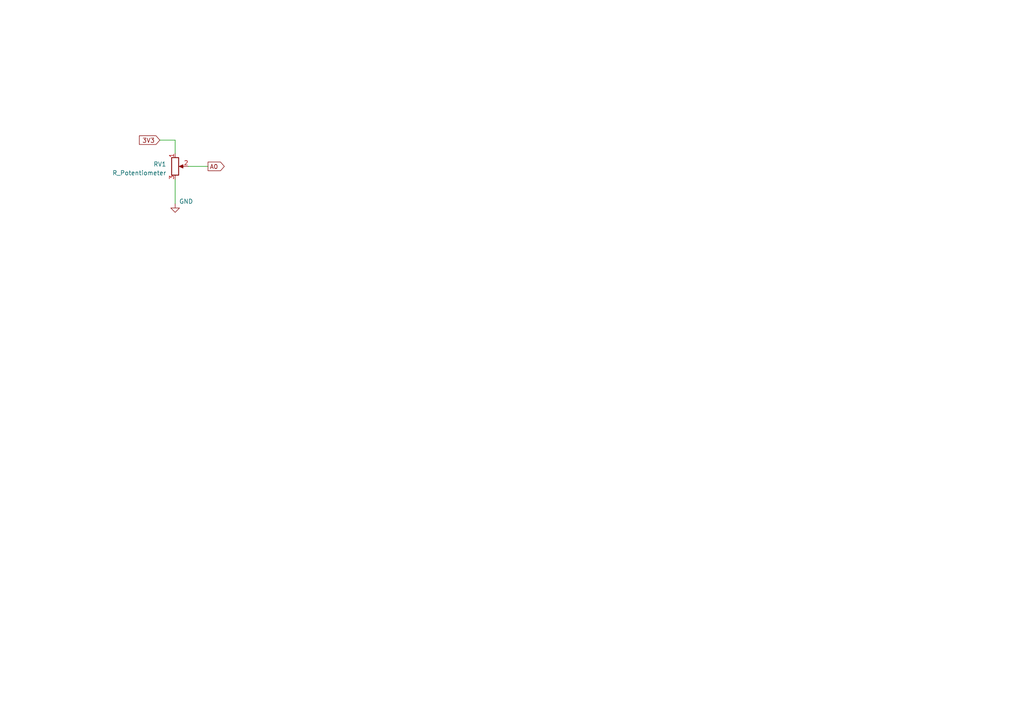
<source format=kicad_sch>
(kicad_sch (version 20230121) (generator eeschema)

  (uuid feb643ca-e70f-4a5b-b365-04150eacb133)

  (paper "A4")

  (lib_symbols
    (symbol "Device:R_Potentiometer" (pin_names (offset 1.016) hide) (in_bom yes) (on_board yes)
      (property "Reference" "RV" (at -4.445 0 90)
        (effects (font (size 1.27 1.27)))
      )
      (property "Value" "R_Potentiometer" (at -2.54 0 90)
        (effects (font (size 1.27 1.27)))
      )
      (property "Footprint" "" (at 0 0 0)
        (effects (font (size 1.27 1.27)) hide)
      )
      (property "Datasheet" "~" (at 0 0 0)
        (effects (font (size 1.27 1.27)) hide)
      )
      (property "ki_keywords" "resistor variable" (at 0 0 0)
        (effects (font (size 1.27 1.27)) hide)
      )
      (property "ki_description" "Potentiometer" (at 0 0 0)
        (effects (font (size 1.27 1.27)) hide)
      )
      (property "ki_fp_filters" "Potentiometer*" (at 0 0 0)
        (effects (font (size 1.27 1.27)) hide)
      )
      (symbol "R_Potentiometer_0_1"
        (polyline
          (pts
            (xy 2.54 0)
            (xy 1.524 0)
          )
          (stroke (width 0) (type default))
          (fill (type none))
        )
        (polyline
          (pts
            (xy 1.143 0)
            (xy 2.286 0.508)
            (xy 2.286 -0.508)
            (xy 1.143 0)
          )
          (stroke (width 0) (type default))
          (fill (type outline))
        )
        (rectangle (start 1.016 2.54) (end -1.016 -2.54)
          (stroke (width 0.254) (type default))
          (fill (type none))
        )
      )
      (symbol "R_Potentiometer_1_1"
        (pin passive line (at 0 3.81 270) (length 1.27)
          (name "1" (effects (font (size 1.27 1.27))))
          (number "1" (effects (font (size 1.27 1.27))))
        )
        (pin passive line (at 3.81 0 180) (length 1.27)
          (name "2" (effects (font (size 1.27 1.27))))
          (number "2" (effects (font (size 1.27 1.27))))
        )
        (pin passive line (at 0 -3.81 90) (length 1.27)
          (name "3" (effects (font (size 1.27 1.27))))
          (number "3" (effects (font (size 1.27 1.27))))
        )
      )
    )
    (symbol "power:GND" (power) (pin_names (offset 0)) (in_bom yes) (on_board yes)
      (property "Reference" "#PWR" (at 0 -6.35 0)
        (effects (font (size 1.27 1.27)) hide)
      )
      (property "Value" "GND" (at 0 -3.81 0)
        (effects (font (size 1.27 1.27)))
      )
      (property "Footprint" "" (at 0 0 0)
        (effects (font (size 1.27 1.27)) hide)
      )
      (property "Datasheet" "" (at 0 0 0)
        (effects (font (size 1.27 1.27)) hide)
      )
      (property "ki_keywords" "global power" (at 0 0 0)
        (effects (font (size 1.27 1.27)) hide)
      )
      (property "ki_description" "Power symbol creates a global label with name \"GND\" , ground" (at 0 0 0)
        (effects (font (size 1.27 1.27)) hide)
      )
      (symbol "GND_0_1"
        (polyline
          (pts
            (xy 0 0)
            (xy 0 -1.27)
            (xy 1.27 -1.27)
            (xy 0 -2.54)
            (xy -1.27 -1.27)
            (xy 0 -1.27)
          )
          (stroke (width 0) (type default))
          (fill (type none))
        )
      )
      (symbol "GND_1_1"
        (pin power_in line (at 0 0 270) (length 0) hide
          (name "GND" (effects (font (size 1.27 1.27))))
          (number "1" (effects (font (size 1.27 1.27))))
        )
      )
    )
  )


  (wire (pts (xy 50.8 40.64) (xy 50.8 44.45))
    (stroke (width 0) (type default))
    (uuid 552972ea-b61f-41e1-a61a-e36ea1e79994)
  )
  (wire (pts (xy 50.8 52.07) (xy 50.8 59.055))
    (stroke (width 0) (type default))
    (uuid 6f6badd1-7f8d-40ac-9b73-3e3516670e4b)
  )
  (wire (pts (xy 46.355 40.64) (xy 50.8 40.64))
    (stroke (width 0) (type default))
    (uuid cfd8146a-6373-456f-98bb-a9f3f79621d2)
  )
  (wire (pts (xy 54.61 48.26) (xy 60.325 48.26))
    (stroke (width 0) (type default))
    (uuid da936190-6213-4cb9-9ac9-1255cff33879)
  )

  (global_label "A0" (shape output) (at 60.325 48.26 0) (fields_autoplaced)
    (effects (font (size 1.27 1.27)) (justify left))
    (uuid 208e9b4f-3b45-4eba-bafb-f8c1e9c6f558)
    (property "Intersheetrefs" "${INTERSHEET_REFS}" (at 65.5289 48.26 0)
      (effects (font (size 1.27 1.27)) (justify left) hide)
    )
  )
  (global_label "3V3" (shape input) (at 46.355 40.64 180) (fields_autoplaced)
    (effects (font (size 1.27 1.27)) (justify right))
    (uuid 8b75d774-7d30-46ce-8697-602ffe051143)
    (property "Intersheetrefs" "${INTERSHEET_REFS}" (at 39.9416 40.64 0)
      (effects (font (size 1.27 1.27)) (justify right) hide)
    )
  )

  (symbol (lib_id "Device:R_Potentiometer") (at 50.8 48.26 0) (unit 1)
    (in_bom yes) (on_board yes) (dnp no) (fields_autoplaced)
    (uuid 6f6d0bcc-9d43-4045-b7f9-1fe3530bded0)
    (property "Reference" "RV1" (at 48.26 47.625 0)
      (effects (font (size 1.27 1.27)) (justify right))
    )
    (property "Value" "R_Potentiometer" (at 48.26 50.165 0)
      (effects (font (size 1.27 1.27)) (justify right))
    )
    (property "Footprint" "Potentiometer_THT:Potentiometer_Alps_RK09K_Single_Vertical" (at 50.8 48.26 0)
      (effects (font (size 1.27 1.27)) hide)
    )
    (property "Datasheet" "~" (at 50.8 48.26 0)
      (effects (font (size 1.27 1.27)) hide)
    )
    (pin "1" (uuid 7b204207-be73-4239-b005-10d67a90943a))
    (pin "2" (uuid ddf8c58f-f43a-41d5-becc-298edbed8253))
    (pin "3" (uuid 66704b16-bb33-4943-a317-f31615f0ad13))
    (instances
      (project "SimpleLattice"
        (path "/14edb605-1834-4cad-ad76-dcabae15d086/ca988ada-6425-45a7-a87b-bf06453ac0e1"
          (reference "RV1") (unit 1)
        )
      )
    )
  )

  (symbol (lib_id "power:GND") (at 50.8 59.055 0) (unit 1)
    (in_bom yes) (on_board yes) (dnp no)
    (uuid d05eb65d-fb77-49f2-b1d6-377a8447d09f)
    (property "Reference" "GND013" (at 50.8 65.405 0)
      (effects (font (size 1.27 1.27)) hide)
    )
    (property "Value" "GND" (at 53.975 58.42 0)
      (effects (font (size 1.27 1.27)))
    )
    (property "Footprint" "" (at 50.8 59.055 0)
      (effects (font (size 1.27 1.27)) hide)
    )
    (property "Datasheet" "" (at 50.8 59.055 0)
      (effects (font (size 1.27 1.27)) hide)
    )
    (pin "1" (uuid f6b6360a-2227-444d-8f11-93d74e162ef0))
    (instances
      (project "SimpleLattice"
        (path "/14edb605-1834-4cad-ad76-dcabae15d086"
          (reference "GND013") (unit 1)
        )
        (path "/14edb605-1834-4cad-ad76-dcabae15d086/88e15f88-e960-44a7-8367-23b39baa3c51"
          (reference "#GND028") (unit 1)
        )
        (path "/14edb605-1834-4cad-ad76-dcabae15d086/ca988ada-6425-45a7-a87b-bf06453ac0e1"
          (reference "#GND0111") (unit 1)
        )
      )
    )
  )
)

</source>
